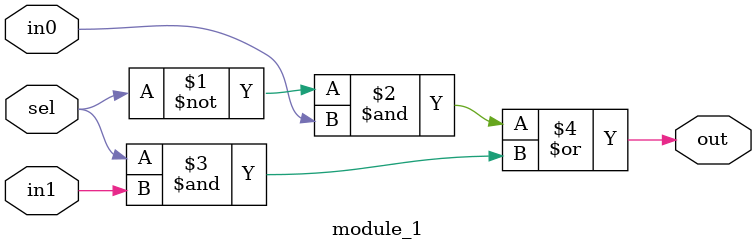
<source format=v>
module module_1(
 input in0, in1, sel,
 output out);
assign out = (~sel & in0) | (sel & in1);
endmodule
</source>
